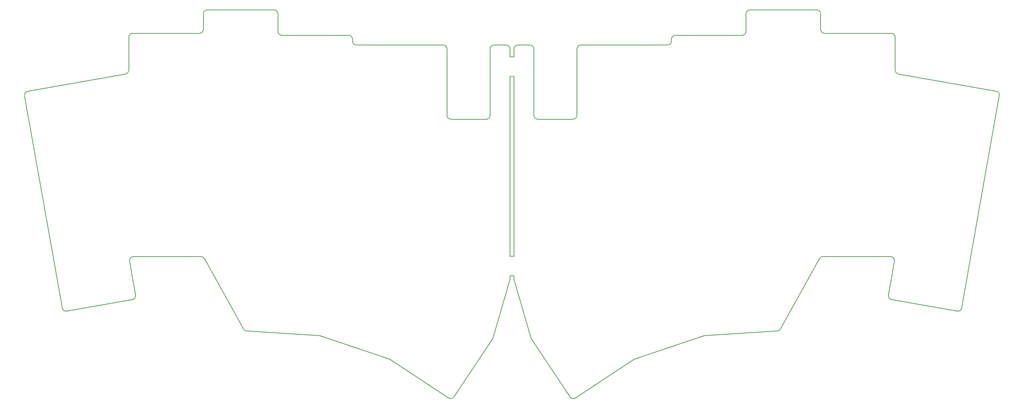
<source format=gm1>
G04 #@! TF.GenerationSoftware,KiCad,Pcbnew,7.0.1*
G04 #@! TF.CreationDate,2023-04-25T00:34:04-04:00*
G04 #@! TF.ProjectId,tenax,74656e61-782e-46b6-9963-61645f706362,rev?*
G04 #@! TF.SameCoordinates,Original*
G04 #@! TF.FileFunction,Profile,NP*
%FSLAX46Y46*%
G04 Gerber Fmt 4.6, Leading zero omitted, Abs format (unit mm)*
G04 Created by KiCad (PCBNEW 7.0.1) date 2023-04-25 00:34:04*
%MOMM*%
%LPD*%
G01*
G04 APERTURE LIST*
G04 #@! TA.AperFunction,Profile*
%ADD10C,0.150000*%
G04 #@! TD*
G04 APERTURE END LIST*
D10*
X27373200Y-73047902D02*
X36949898Y-127360102D01*
X157473999Y-61054002D02*
G75*
G03*
X156474000Y-60054001I-999999J2D01*
G01*
X151373998Y-61054002D02*
X151373998Y-63054002D01*
X192623999Y-59054001D02*
X192623999Y-58554002D01*
X92073999Y-52054002D02*
X92074000Y-56554003D01*
X73309310Y-114720262D02*
G75*
G03*
X72434099Y-114204003I-875210J-483738D01*
G01*
X120751242Y-140549201D02*
X135693099Y-150439000D01*
X156792699Y-135235603D02*
X166669099Y-150157101D01*
X231724000Y-57054001D02*
X248773999Y-57054002D01*
X120751237Y-140549214D02*
G75*
G03*
X120516608Y-140434777I-551937J-833886D01*
G01*
X54180899Y-115377650D02*
X55710498Y-124052103D01*
X102700703Y-134473673D02*
G75*
G03*
X102444448Y-134423867I-317303J-948427D01*
G01*
X135274000Y-61054002D02*
X135273999Y-78054001D01*
X230723999Y-56054001D02*
X230724000Y-52054001D01*
X135693062Y-150439087D02*
G75*
G03*
X137078886Y-150157139I551938J833887D01*
G01*
X120516608Y-140434800D02*
X102700699Y-134473701D01*
X146955284Y-135235538D02*
G75*
G03*
X147083095Y-134957719I-833884J551938D01*
G01*
X151374000Y-114154001D02*
X152374000Y-114154002D01*
X152373998Y-119764001D02*
G75*
G03*
X152412302Y-120038120I1000002J1D01*
G01*
X92073999Y-52054002D02*
G75*
G03*
X91073999Y-51054001I-999999J2D01*
G01*
X167474000Y-79054000D02*
X158473999Y-79054001D01*
X249567005Y-115377650D02*
G75*
G03*
X248582200Y-114204002I-984805J173650D01*
G01*
X201047298Y-134473701D02*
X183231390Y-140434801D01*
X152373998Y-119764001D02*
X152374000Y-119754002D01*
X102444496Y-134423901D02*
X84109799Y-133302501D01*
X111123999Y-59054000D02*
G75*
G03*
X112123999Y-60054001I1000001J0D01*
G01*
X74023999Y-51054002D02*
X91073999Y-51054001D01*
X54899298Y-125210502D02*
X38108398Y-128171202D01*
X191624000Y-60054000D02*
X173573999Y-60054001D01*
X83295688Y-132788143D02*
G75*
G03*
X84109852Y-133302537I875212J483743D01*
G01*
X111123998Y-58554002D02*
G75*
G03*
X110123999Y-57554002I-999998J2D01*
G01*
X151374002Y-119154002D02*
X152373999Y-119153999D01*
X135273999Y-78054001D02*
G75*
G03*
X136274000Y-79054001I1000001J1D01*
G01*
X191624000Y-60053999D02*
G75*
G03*
X192623999Y-59054001I0J999999D01*
G01*
X151373999Y-119754002D02*
X151374002Y-119154002D01*
X150373999Y-60054000D02*
X147273999Y-60054000D01*
X54974000Y-57054001D02*
X72023998Y-57054002D01*
X166669116Y-150157138D02*
G75*
G03*
X168054935Y-150439086I833884J551938D01*
G01*
X92073999Y-56554003D02*
G75*
G03*
X93073998Y-57554001I1000001J3D01*
G01*
X201303551Y-134423870D02*
G75*
G03*
X201047294Y-134473677I61049J-998230D01*
G01*
X193623999Y-57554001D02*
X210673997Y-57554001D01*
X169473999Y-60053999D02*
G75*
G03*
X168473999Y-61054003I1J-1000001D01*
G01*
X152373999Y-68054001D02*
X152374000Y-114154002D01*
X231313900Y-114204002D02*
G75*
G03*
X230438690Y-114720261I0J-999998D01*
G01*
X74023999Y-51053999D02*
G75*
G03*
X73023999Y-52054001I1J-1000001D01*
G01*
X157473999Y-78054000D02*
X157473998Y-61054002D01*
X219638198Y-133302502D02*
X201303497Y-134423901D01*
X130173997Y-60054002D02*
X134274000Y-60054002D01*
X168474000Y-78054001D02*
X168473999Y-61054003D01*
X54974000Y-57053999D02*
G75*
G03*
X53973999Y-58054001I0J-1000001D01*
G01*
X249773998Y-58054000D02*
G75*
G03*
X248773999Y-57054002I-999998J0D01*
G01*
X248037501Y-124052101D02*
X249567099Y-115377651D01*
X28184351Y-71889491D02*
G75*
G03*
X27373191Y-73047949I173649J-984809D01*
G01*
X211674000Y-56554003D02*
X211674000Y-52053999D01*
X151373999Y-119754002D02*
X151373999Y-119764002D01*
X212673999Y-51054002D02*
X229723999Y-51054000D01*
X249773999Y-66503001D02*
X249773998Y-58054000D01*
X153373999Y-60053998D02*
G75*
G03*
X152373998Y-61054000I1J-1000002D01*
G01*
X55165800Y-114203999D02*
G75*
G03*
X54180991Y-115377649I0J-1000001D01*
G01*
X146273998Y-61054001D02*
X146273999Y-78054001D01*
X249774000Y-66503001D02*
G75*
G03*
X250600352Y-67487808I1000000J1D01*
G01*
X230723999Y-56054001D02*
G75*
G03*
X231724000Y-57054001I1000001J1D01*
G01*
X36949890Y-127360049D02*
G75*
G03*
X38108347Y-128171210I984810J173649D01*
G01*
X147273999Y-60053998D02*
G75*
G03*
X146273998Y-61054001I1J-1000002D01*
G01*
X230724000Y-52054001D02*
G75*
G03*
X229723999Y-51054000I-1000000J1D01*
G01*
X53973999Y-58054001D02*
X53973999Y-66503002D01*
X168054898Y-150439002D02*
X182996757Y-140549202D01*
X130173997Y-60054002D02*
X112123999Y-60054001D01*
X151335694Y-120038120D02*
G75*
G03*
X151373999Y-119764002I-961694J274120D01*
G01*
X156664903Y-134957720D02*
G75*
G03*
X156792713Y-135235538I961697J274120D01*
G01*
X28184398Y-71889502D02*
X53147600Y-67487800D01*
X53147649Y-67487807D02*
G75*
G03*
X53973999Y-66503002I-173649J984807D01*
G01*
X157473999Y-78054000D02*
G75*
G03*
X158473999Y-79054001I1000001J0D01*
G01*
X265639652Y-128171208D02*
G75*
G03*
X266798107Y-127360050I173648J984808D01*
G01*
X210673997Y-57554000D02*
G75*
G03*
X211674000Y-56554003I3J1000000D01*
G01*
X250600398Y-67487801D02*
X275563598Y-71889501D01*
X248582200Y-114204002D02*
X231313900Y-114204001D01*
X276374807Y-73047949D02*
G75*
G03*
X275563647Y-71889493I-984807J173649D01*
G01*
X54899348Y-125210506D02*
G75*
G03*
X55710506Y-124052053I-173648J984806D01*
G01*
X212673999Y-51054000D02*
G75*
G03*
X211674000Y-52053999I1J-1000000D01*
G01*
X145273999Y-79053999D02*
G75*
G03*
X146273999Y-78054001I1J999999D01*
G01*
X265639598Y-128171201D02*
X248848699Y-125210500D01*
X152373999Y-119153999D02*
X152374000Y-119754002D01*
X137078897Y-150157101D02*
X146955300Y-135235601D01*
X266798100Y-127360102D02*
X276374799Y-73047901D01*
X156664900Y-134957801D02*
X152412298Y-120038101D01*
X248037492Y-124052052D02*
G75*
G03*
X248848651Y-125210508I984808J-173648D01*
G01*
X135273998Y-61054002D02*
G75*
G03*
X134274000Y-60054002I-999998J2D01*
G01*
X219638148Y-133302534D02*
G75*
G03*
X220452309Y-132788144I-61048J998134D01*
G01*
X73023999Y-52054001D02*
X73024000Y-56054001D01*
X111123998Y-58554002D02*
X111123999Y-59054000D01*
X151374000Y-61054002D02*
G75*
G03*
X150373999Y-60054000I-1000000J2D01*
G01*
X72434099Y-114204003D02*
X55165800Y-114204001D01*
X151335699Y-120038100D02*
X147083100Y-134957803D01*
X167474000Y-79054000D02*
G75*
G03*
X168474000Y-78054001I0J1000000D01*
G01*
X169473999Y-60054000D02*
X173573999Y-60054001D01*
X151373998Y-68054002D02*
X152373999Y-68054001D01*
X220452299Y-132788102D02*
X230438700Y-114720262D01*
X145273999Y-79053999D02*
X136274000Y-79054001D01*
X151374000Y-114154001D02*
X151373998Y-68054002D01*
X73309298Y-114720260D02*
X83295699Y-132788100D01*
X193623999Y-57553999D02*
G75*
G03*
X192623999Y-58554002I1J-1000001D01*
G01*
X93073998Y-57554001D02*
X110123999Y-57554002D01*
X156474000Y-60054001D02*
X153373999Y-60054001D01*
X152373999Y-63054002D02*
X152373998Y-61054000D01*
X72023998Y-57054000D02*
G75*
G03*
X73024000Y-56054001I2J1000000D01*
G01*
X151373998Y-63054002D02*
X152373999Y-63054002D01*
X183231390Y-140434779D02*
G75*
G03*
X182996758Y-140549215I316910J-947521D01*
G01*
M02*

</source>
